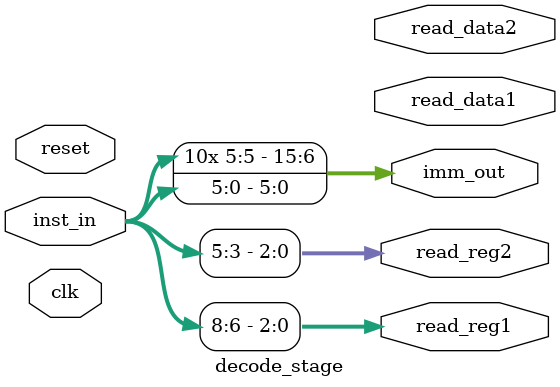
<source format=v>
`timescale 1ns / 1ps


module decode_stage(
    input wire clk,
    input wire reset,
    input wire [15:0] inst_in,
    output wire [2:0] read_reg1,
    output wire [2:0] read_reg2,
    output wire [15:0] read_data1,
    output wire [15:0] read_data2,
    output wire [15:0] imm_out
);
    assign read_reg1 = inst_in[8:6]; // rs1
    assign read_reg2 = inst_in[5:3]; // rs2
    
    // Sign-extend immediate
    assign imm_out = { {10{inst_in[5]}}, inst_in[5:0] };
endmodule

</source>
